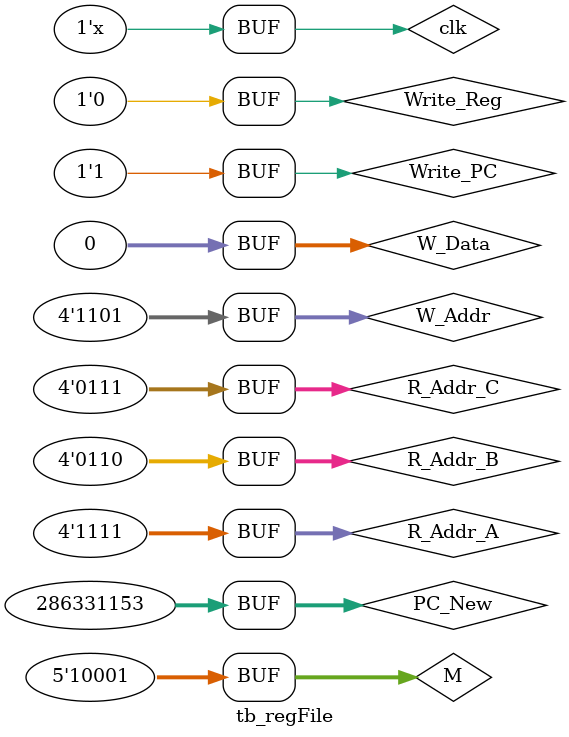
<source format=v>
`timescale 1ns / 1ps

module tb_regFile();
//  INPUT
    reg clk = 0;
    reg Rst;
    reg [4:0] M; // from CPSR
//  Read Addr
    reg [3:0] R_Addr_A, R_Addr_B, R_Addr_C;
//  Write Addr
    reg [3:0] W_Addr;
//  Write Data
    reg [31:0] W_Data, PC_New;
//  Enable
    reg Write_Reg, Write_PC;
//  OUTPUT
    wire [31:0] R_Data_A, R_Data_B, R_Data_C, R_Data_PC;
    wire err1, err2;
    
    always #1 clk = ~clk;
    initial begin

// ###########################
    // WRITE 
    M = 5'b10000;   //usr
    Write_Reg = 1;
    W_Addr = 0;
    W_Data = 32'h11110000;
    #25
    W_Addr = 13;
    W_Data = 32'hffff0000;
    #25

    M = 5'b10001;   //fiq
    Write_Reg = 1;
    W_Addr = 1;
    W_Data = 32'h11110001;
    #25
    W_Addr = 14;
    W_Data = 32'h99999999;

    M = 5'b10010;   //irq
    Write_Reg = 1;
    W_Addr = 2;
    W_Data = 32'h11110010;
    #25
    W_Addr = 13;
    W_Data = 32'haaaaaaaa;

    M = 5'b10011;   //svc
    Write_Reg = 1;
    W_Addr = 3;
    W_Data = 32'h11110011;
    #25
    W_Addr = 14;
    W_Data = 32'hbbbbbbbb;

    M = 5'b10110;   //mon
    Write_Reg = 1;
    W_Addr = 4;
    W_Data = 32'h11110100;
    #25
    W_Addr = 13;
    W_Data = 32'hcccccccc;


    M = 5'b10111;   //abt
    Write_Reg = 1;
    W_Addr = 5;
    W_Data = 32'h11110101;
    #25
    W_Addr = 14;
    W_Data = 32'hdddddddd;
 

    M = 5'b11010;   //hyp
    Write_Reg = 1;
    W_Addr = 6;
    W_Data = 32'h11110110;
    #25
    W_Addr = 13;
    W_Data = 32'heeeeeeee;


    M = 5'b11011;   //und
    Write_Reg = 1;
    W_Addr = 7;
    W_Data = 32'h11110111;
    #25
    W_Addr = 14;
    W_Data = 32'hffffffff;


    M = 5'b11111;   //sys
    Write_Reg = 1;
    W_Addr = 8;
    W_Data = 32'h11111000;
    #25
    W_Addr = 14;
    W_Data = 32'hffff0000;
    #25

    // unenabled
    M = 5'b11111;
    Write_Reg = 0;
    W_Addr = 13;
    W_Data = 32'h00000000;
    #25
    
    // READ
    M = 5'b10000;   //usr
    R_Addr_A = 13;
    #25
    M = 5'b10001;   //fiq
    R_Addr_B = 0;
    #25
    M = 5'b10010;   //irq
    R_Addr_C = 1;
    #25
    M = 5'b10011;   //svc
    R_Addr_A = 2;
    #25
    M = 5'b10110;   //mon
    R_Addr_B = 3;
    #25
    M = 5'b10111;   //abt
    R_Addr_C = 4;
    #25
    M = 5'b11010;   //hyp
    R_Addr_A = 5;
    #25
    M = 5'b11011;   //und
    R_Addr_B = 6;
    #25
    M = 5'b11111;   //sys
    R_Addr_C = 7;
    #25

    // Test PC
    M = 5'b10111;   //abt
    Write_PC = 1;
    PC_New = 32'hffffffff;
    #25

    M = 5'b10001;   //fiq
    R_Addr_A = 15;   
    #25

    M = 5'b10000;   //usr
    Write_PC = 0;
    PC_New = 32'h00000000;
    #25

    M = 5'b10111;   //sys
    R_Addr_A = 15;  

    M = 5'b10001;   //usr
    Write_PC = 1;
    PC_New = 32'h11111111;
    #25

    M = 5'b10001;   //sys
    R_Addr_A = 15;   
    end
   
    regFile regFile_Instance(
    //  INPUT
        .clk(clk),
        .Rst(Rst),
        .M(M), // from CPSR
    //  Read Addr
        .R_Addr_A(R_Addr_A),
        .R_Addr_B(R_Addr_B),
        .R_Addr_C(R_Addr_C),
    //  Write Addr
        .W_Addr(W_Addr),
    //  Write Data
        .W_Data(W_Data),
        .PC_New(PC_New),
        .Write_PC(Write_PC),
        .Write_Reg(Write_Reg),
    //  OUTPUT
        .R_Data_A(R_Data_A),
        .R_Data_B(R_Data_B),
        .R_Data_C(R_Data_C),
        .R_Data_PC(R_Data_PC),
        .err1(err1),
        .err2(err2)
    );
endmodule

</source>
